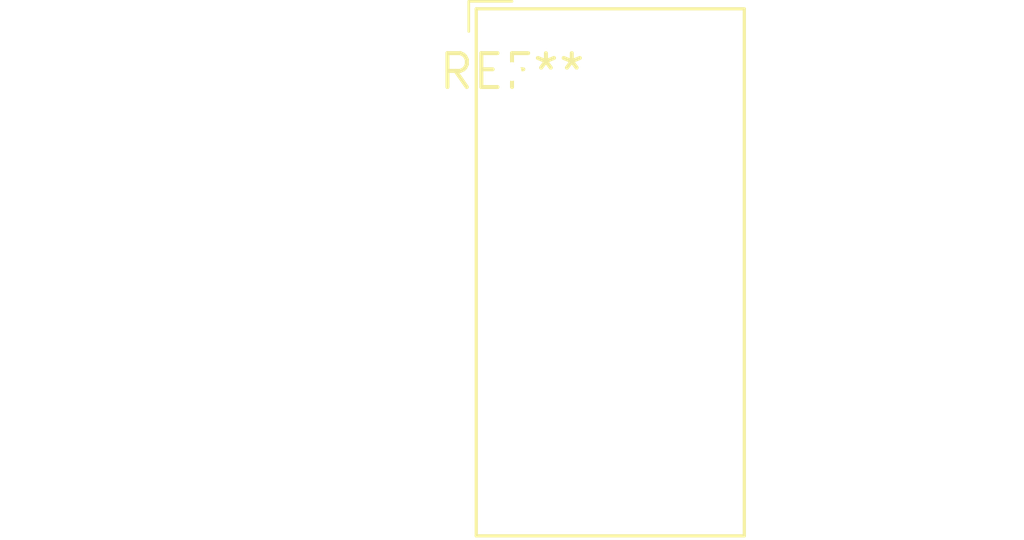
<source format=kicad_pcb>
(kicad_pcb (version 20240108) (generator pcbnew)
  (layers (0 "F.Cu" signal) (31 "B.Cu" signal) (34 "B.Paste" user) (35 "F.Paste" user) (36 "B.SilkS" user "B.Silkscreen") (37 "F.SilkS" user "F.Silkscreen") (38 "B.Mask" user) (39 "F.Mask" user) (44 "Edge.Cuts" user))
  (net 0 "")
  (footprint "Converter_DCDC_Murata_NMAxxxxDC_THT" (layer "F.Cu") (at 0 0)
    (property "Reference" "REF**")
    (property "Value" "Converter_DCDC_Murata_NMAxxxxDC_THT")
    (fp_line (start -1.62 -2.63) (end -1.62 -1.5) (layer "F.SilkS") (stroke (width 0.1)))
    (fp_line (start -1.34 -2.35) (end -1.34 17.39) (layer "F.SilkS") (stroke (width 0.12)))
    (fp_line (start -1.34 -2.35) (end 8.7 -2.35) (layer "F.SilkS") (stroke (width 0.12)))
    (fp_line (start -1.34 17.39) (end 8.7 17.39) (layer "F.SilkS") (stroke (width 0.12)))
    (fp_line (start 0 -2.63) (end -1.62 -2.63) (layer "F.SilkS") (stroke (width 0.1)))
    (fp_line (start 8.7 17.39) (end 8.7 -2.35) (layer "F.SilkS") (stroke (width 0.12)))
    (pad "1" thru_hole rect (at 0 0) (size 1.5 1.5) (drill 0.7) (layers *.Cu *.Mask) (remove_unused_layers))
    (pad "7" thru_hole oval (at 0 15.24) (size 1.5 1.5) (drill 0.7) (layers *.Cu *.Mask) (remove_unused_layers))
    (pad "8" thru_hole oval (at 7.62 15.24) (size 1.5 1.5) (drill 0.7) (layers *.Cu *.Mask) (remove_unused_layers))
    (pad "9" thru_hole oval (at 7.62 12.7) (size 1.5 1.5) (drill 0.7) (layers *.Cu *.Mask) (remove_unused_layers))
    (pad "11" thru_hole oval (at 7.62 7.62) (size 1.5 1.5) (drill 0.7) (layers *.Cu *.Mask) (remove_unused_layers))
    (pad "14" thru_hole oval (at 7.62 0) (size 1.5 1.5) (drill 0.7) (layers *.Cu *.Mask) (remove_unused_layers))
  )
)
</source>
